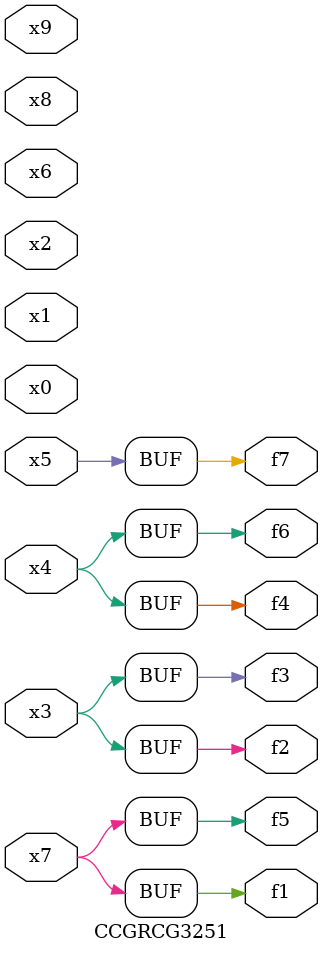
<source format=v>
module CCGRCG3251(
	input x0, x1, x2, x3, x4, x5, x6, x7, x8, x9,
	output f1, f2, f3, f4, f5, f6, f7
);
	assign f1 = x7;
	assign f2 = x3;
	assign f3 = x3;
	assign f4 = x4;
	assign f5 = x7;
	assign f6 = x4;
	assign f7 = x5;
endmodule

</source>
